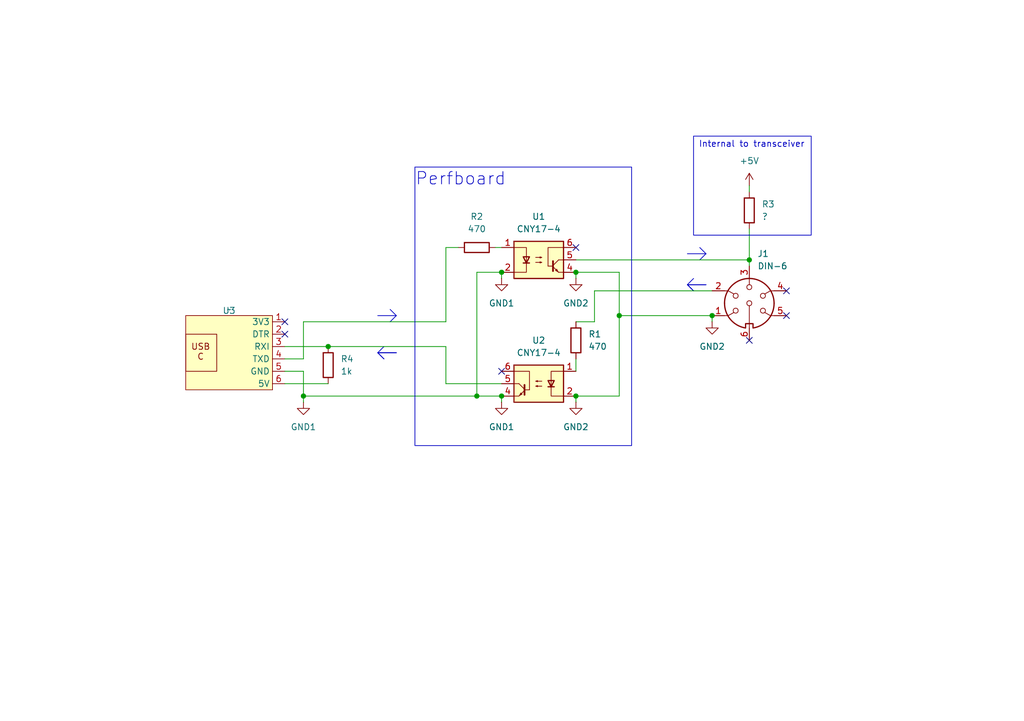
<source format=kicad_sch>
(kicad_sch (version 20231120) (generator "eeschema") (generator_version "8.0")
  (paper "A5")
  (title_block (title "TS440S Cat interface") (date "2025-01-08") (rev "1") (company "Steinar A. Nedland"))
  (lib_symbols
    (symbol "Connector:DIN-6" (pin_names (offset 1.016))
      (property "Reference" "J" (at 3.175 5.715 0))
      (property "Value" "DIN-6" (at 4.445 -4.445 0))
      (symbol "DIN-6_0_1"
        (arc (start -5.08 0) (mid -3.8609 -3.3364) (end -0.762 -5.08) (stroke (width 0.254)))
        (circle (center -2.794 -1.524) (radius 0.508))
        (circle (center -2.794 1.524) (radius 0.508))
        (polyline (pts (xy 0 -5.08) (xy 0 -0.508)))
        (polyline (pts (xy 0 5.08) (xy 0 3.81)))
        (polyline (pts (xy -5.08 -2.54) (xy -4.318 -2.54) (xy -3.175 -1.905)))
        (polyline (pts (xy -5.08 2.54) (xy -4.318 2.54) (xy -3.175 1.905)))
        (polyline (pts (xy 5.08 -2.54) (xy 4.318 -2.54) (xy 3.175 -1.905)))
        (polyline (pts (xy 5.08 2.54) (xy 4.318 2.54) (xy 3.175 1.905)))
        (polyline (pts (xy -0.762 -4.953) (xy -0.762 -4.191) (xy 0.762 -4.191) (xy 0.762 -4.953)) (stroke (width 0.254)))
        (circle (center 0 0) (radius 0.508))
        (circle (center 0 3.302) (radius 0.508))
        (arc (start 0.762 -5.08) (mid 3.8685 -3.343) (end 5.08 0) (stroke (width 0.254)))
        (circle (center 2.794 -1.524) (radius 0.508))
        (circle (center 2.794 1.524) (radius 0.508))
        (arc (start 5.08 0) (mid 0 5.0579) (end -5.08 0) (stroke (width 0.254)))
      )
      (symbol "DIN-6_1_1"
        (pin passive line (at -7.62 -2.54 0) (length 2.54) (name "~") (number "1"))
        (pin passive line (at -7.62 2.54 0) (length 2.54) (name "~") (number "2"))
        (pin passive line (at 0 7.62 270) (length 2.54) (name "~") (number "3"))
        (pin passive line (at 7.62 2.54 180) (length 2.54) (name "~") (number "4"))
        (pin passive line (at 7.62 -2.54 180) (length 2.54) (name "~") (number "5"))
        (pin passive line (at 0 -7.62 90) (length 2.54) (name "~") (number "6"))
      )
    )
    (symbol "Device:R" (pin_numbers hide) (pin_names (offset 0))
      (property "Reference" "R" (at 2.032 0 90))
      (property "Value" "R" (at 0 0 90))
      (symbol "R_0_1"
        (rectangle (start -1.016 -2.54) (end 1.016 2.54) (stroke (width 0.254)))
      )
      (symbol "R_1_1"
        (pin passive line (at 0 3.81 270) (length 1.27) (name "~") (number "1"))
        (pin passive line (at 0 -3.81 90) (length 1.27) (name "~") (number "2"))
      )
    )
    (symbol "Isolator:CNY17-4" (pin_names (offset 1.016))
      (property "Reference" "U" (at -5.08 5.08 0))
      (property "Value" "CNY17-4" (at 0 5.08 0))
      (symbol "CNY17-4_0_1"
        (rectangle (start -5.08 3.81) (end 5.08 -3.81) (stroke (width 0.254)) (fill (type background)))
        (polyline (pts (xy -3.175 -0.635) (xy -1.905 -0.635)) (stroke (width 0.254)))
        (polyline (pts (xy 2.921 -1.397) (xy 4.064 -2.54)))
        (polyline (pts (xy 2.921 -1.27) (xy 1.905 -1.27)))
        (polyline (pts (xy 2.921 -1.143) (xy 4.064 0)))
        (polyline (pts (xy 4.064 -2.54) (xy 5.08 -2.54)))
        (polyline (pts (xy 5.08 0) (xy 4.064 0)))
        (polyline (pts (xy -5.08 2.54) (xy -2.54 2.54) (xy -2.54 -0.762)))
        (polyline (pts (xy -2.54 -0.635) (xy -2.54 -2.54) (xy -5.08 -2.54)))
        (polyline (pts (xy 1.905 -1.27) (xy 1.905 2.54) (xy 5.08 2.54)))
        (polyline (pts (xy 2.921 -0.254) (xy 2.921 -2.286) (xy 2.921 -2.286)) (stroke (width 0.3556)))
        (polyline (pts (xy -2.54 -0.635) (xy -3.175 0.635) (xy -1.905 0.635) (xy -2.54 -0.635)) (stroke (width 0.254)))
        (polyline (pts (xy 3.937 -2.413) (xy 3.683 -1.905) (xy 3.429 -2.159) (xy 3.937 -2.413)))
        (polyline (pts (xy -0.635 -0.508) (xy 0.635 -0.508) (xy 0.254 -0.635) (xy 0.254 -0.381) (xy 0.635 -0.508)))
        (polyline (pts (xy -0.635 0.508) (xy 0.635 0.508) (xy 0.254 0.381) (xy 0.254 0.635) (xy 0.635 0.508)))
      )
      (symbol "CNY17-4_1_1"
        (pin passive line (at -7.62 2.54 0) (length 2.54) (name "~") (number "1"))
        (pin passive line (at -7.62 -2.54 0) (length 2.54) (name "~") (number "2"))
        (pin no_connect line (at -5.08 0 0) (length 2.54) hide (name "NC") (number "3"))
        (pin passive line (at 7.62 -2.54 180) (length 2.54) (name "~") (number "4"))
        (pin passive line (at 7.62 0 180) (length 2.54) (name "~") (number "5"))
        (pin passive line (at 7.62 2.54 180) (length 2.54) (name "~") (number "6"))
      )
    )
    (symbol "power:+5V" (power) (pin_numbers hide) (pin_names (offset 0) hide)
      (property "Value" "+5V" (at 0 3.556 0))
      (symbol "+5V_0_1"
        (polyline (pts (xy -0.762 1.27) (xy 0 2.54)))
        (polyline (pts (xy 0 0) (xy 0 2.54)))
        (polyline (pts (xy 0 2.54) (xy 0.762 1.27)))
      )
      (symbol "+5V_1_1"
        (pin power_in line (at 0 0 90) (length 0) (name "~") (number "1"))
      )
    )
    (symbol "power:GND1" (power) (pin_numbers hide) (pin_names (offset 0) hide)
      (property "Value" "GND1" (at 0 -3.81 0))
      (symbol "GND1_0_1"
        (polyline (pts (xy 0 0) (xy 0 -1.27) (xy 1.27 -1.27) (xy 0 -2.54) (xy -1.27 -1.27) (xy 0 -1.27)))
      )
      (symbol "GND1_1_1"
        (pin power_in line (at 0 0 270) (length 0) (name "~") (number "1"))
      )
    )
    (symbol "power:GND2" (power) (pin_numbers hide) (pin_names (offset 0) hide)
      (property "Value" "GND2" (at 0 -3.81 0))
      (symbol "GND2_0_1"
        (polyline (pts (xy 0 0) (xy 0 -1.27) (xy 1.27 -1.27) (xy 0 -2.54) (xy -1.27 -1.27) (xy 0 -1.27)))
      )
      (symbol "GND2_1_1"
        (pin power_in line (at 0 0 270) (length 0) (name "~") (number "1"))
      )
    )
    (symbol "usb_to_uart_interface:usb_to_uart_interface"
      (property "Reference" "U" (at -8.382 8.636 0))
      (symbol "usb_to_uart_interface_1_1"
        (rectangle (start -8.89 3.81) (end -2.54 -3.81))
        (rectangle (start -8.89 7.62) (end 8.89 -7.62) (fill (type background)))
        (text "USB\nC" (at -5.842 0.254 0) (effects (font (size 1.27 1.27))))
        (pin power_out line (at 11.43 6.35 180) (length 2.54) (name "3V3") (number "1"))
        (pin output line (at 11.43 3.81 180) (length 2.54) (name "DTR") (number "2"))
        (pin input line (at 11.43 1.27 180) (length 2.54) (name "RXI") (number "3"))
        (pin output line (at 11.43 -1.27 180) (length 2.54) (name "TXD") (number "4"))
        (pin power_out line (at 11.43 -3.81 180) (length 2.54) (name "GND") (number "5"))
        (pin power_out line (at 11.43 -6.35 180) (length 2.54) (name "5V") (number "6"))
      )
    )
  )
  (junction (at 127 64.77))
  (junction (at 153.67 53.34))
  (junction (at 67.31 71.12))
  (junction (at 146.05 64.77))
  (junction (at 118.11 55.88))
  (junction (at 118.11 81.28))
  (junction (at 97.79 81.28))
  (junction (at 102.87 81.28))
  (junction (at 62.23 81.28))
  (junction (at 102.87 55.88))
  (no_connect (at 102.87 76.2))
  (no_connect (at 58.42 68.58))
  (no_connect (at 153.67 69.85))
  (no_connect (at 118.11 50.8))
  (no_connect (at 161.29 59.69))
  (no_connect (at 58.42 66.04))
  (no_connect (at 161.29 64.77))
  (wire (pts (xy 121.92 66.04) (xy 118.11 66.04)))
  (polyline (pts (xy 77.47 72.39) (xy 78.74 73.66)))
  (polyline (pts (xy 140.97 58.42) (xy 144.78 58.42)))
  (wire (pts (xy 62.23 76.2) (xy 58.42 76.2)))
  (wire (pts (xy 127 55.88) (xy 127 64.77)))
  (polyline (pts (xy 142.24 59.69) (xy 140.97 58.42)))
  (polyline (pts (xy 77.47 72.39) (xy 81.28 72.39)))
  (wire (pts (xy 153.67 46.99) (xy 153.67 53.34)))
  (wire (pts (xy 121.92 59.69) (xy 146.05 59.69)))
  (wire (pts (xy 91.44 78.74) (xy 102.87 78.74)))
  (polyline (pts (xy 77.47 72.39) (xy 78.74 71.12)))
  (wire (pts (xy 97.79 55.88) (xy 102.87 55.88)))
  (wire (pts (xy 118.11 57.15) (xy 118.11 55.88)))
  (polyline (pts (xy 78.74 73.66) (xy 77.47 72.39)))
  (polyline (pts (xy 77.47 72.39) (xy 81.28 72.39)))
  (polyline (pts (xy 77.47 64.77) (xy 81.28 64.77)))
  (wire (pts (xy 127 64.77) (xy 146.05 64.77)))
  (wire (pts (xy 101.6 50.8) (xy 102.87 50.8)))
  (wire (pts (xy 127 81.28) (xy 127 64.77)))
  (polyline (pts (xy 80.01 66.04) (xy 81.28 64.77)))
  (polyline (pts (xy 140.97 58.42) (xy 144.78 58.42)))
  (polyline (pts (xy 77.47 72.39) (xy 81.28 72.39)))
  (polyline (pts (xy 143.51 50.8) (xy 144.78 52.07)))
  (polyline (pts (xy 143.51 53.34) (xy 144.78 52.07)))
  (wire (pts (xy 62.23 81.28) (xy 62.23 82.55)))
  (wire (pts (xy 91.44 50.8) (xy 93.98 50.8)))
  (wire (pts (xy 62.23 81.28) (xy 97.79 81.28)))
  (wire (pts (xy 153.67 53.34) (xy 153.67 54.61)))
  (wire (pts (xy 118.11 82.55) (xy 118.11 81.28)))
  (wire (pts (xy 118.11 81.28) (xy 127 81.28)))
  (wire (pts (xy 118.11 73.66) (xy 118.11 76.2)))
  (wire (pts (xy 58.42 73.66) (xy 62.23 73.66)))
  (wire (pts (xy 91.44 71.12) (xy 91.44 78.74)))
  (polyline (pts (xy 140.97 58.42) (xy 142.24 59.69)))
  (wire (pts (xy 97.79 81.28) (xy 102.87 81.28)))
  (wire (pts (xy 153.67 38.1) (xy 153.67 39.37)))
  (wire (pts (xy 102.87 57.15) (xy 102.87 55.88)))
  (wire (pts (xy 62.23 73.66) (xy 62.23 66.04)))
  (wire (pts (xy 146.05 66.04) (xy 146.05 64.77)))
  (polyline (pts (xy 80.01 63.5) (xy 81.28 64.77)))
  (wire (pts (xy 102.87 81.28) (xy 102.87 82.55)))
  (polyline (pts (xy 140.97 58.42) (xy 142.24 57.15)))
  (wire (pts (xy 62.23 81.28) (xy 62.23 76.2)))
  (wire (pts (xy 118.11 55.88) (xy 127 55.88)))
  (wire (pts (xy 58.42 78.74) (xy 67.31 78.74)))
  (polyline (pts (xy 140.97 52.07) (xy 144.78 52.07)))
  (wire (pts (xy 121.92 66.04) (xy 121.92 59.69)))
  (wire (pts (xy 67.31 71.12) (xy 91.44 71.12)))
  (polyline (pts (xy 140.97 58.42) (xy 144.78 58.42)))
  (wire (pts (xy 91.44 66.04) (xy 91.44 50.8)))
  (wire (pts (xy 62.23 66.04) (xy 91.44 66.04)))
  (wire (pts (xy 153.67 53.34) (xy 118.11 53.34)))
  (wire (pts (xy 97.79 55.88) (xy 97.79 81.28)))
  (wire (pts (xy 58.42 71.12) (xy 67.31 71.12)))
  (rectangle (start 85.09 34.29) (end 129.54 91.44))
  (rectangle (start 142.24 27.94) (end 166.37 48.26))
  (text "Perfboard" (at 94.488 36.83 0) (effects (font (size 2.54 2.54))))
  (text "Internal to transceiver" (at 154.178 29.718 0) (effects (font (size 1.27 1.27))))
  (symbol (lib_id "Isolator:CNY17-4") (at 110.49 78.74 0) (mirror y) (unit 1)
    (property "Reference" "U2" (at 110.49 69.85 0))
    (property "Value" "CNY17-4" (at 110.49 72.39 0))
    (property "Datasheet" "http://www.vishay.com/docs/83606/cny17.pdf" (effects (hide yes)))
    (property "Description" "DC Optocoupler Base Connected, Vce 70V, CTR 160-320%, Viso 5000V (RMS), DIP6" (effects (hide yes)))
  )
  (symbol (lib_id "power:GND1") (at 102.87 82.55 0) (unit 1)
    (property "Reference" "#PWR07" (effects (hide yes)))
    (property "Value" "GND1" (at 102.87 87.63 0))
    (property "Description" "Power symbol creates a global label with name \"GND1\" , ground" (effects (hide yes)))
  )
  (symbol (lib_id "power:GND2") (at 146.05 66.04 0) (unit 1)
    (property "Reference" "#PWR02" (effects (hide yes)))
    (property "Value" "GND2" (at 146.05 71.12 0))
    (property "Description" "Power symbol creates a global label with name \"GND2\" , ground" (effects (hide yes)))
  )
  (symbol (lib_id "Isolator:CNY17-4") (at 110.49 53.34 0) (unit 1)
    (property "Reference" "U1" (at 110.49 44.45 0))
    (property "Value" "CNY17-4" (at 110.49 46.99 0))
    (property "Datasheet" "http://www.vishay.com/docs/83606/cny17.pdf" (effects (hide yes)))
    (property "Description" "DC Optocoupler Base Connected, Vce 70V, CTR 160-320%, Viso 5000V (RMS), DIP6" (effects (hide yes)))
  )
  (symbol (lib_id "Device:R") (at 67.31 74.93 0) (unit 1)
    (property "Reference" "R4" (at 69.85 73.6599 0) (effects (justify left)))
    (property "Value" "1k" (at 69.85 76.1999 0) (effects (justify left)))
    (property "Description" "Resistor" (effects (hide yes)))
  )
  (symbol (lib_id "Device:R") (at 153.67 43.18 0) (unit 1) (in_bom no) (on_board no)
    (property "Reference" "R3" (at 156.21 41.9099 0) (effects (justify left)))
    (property "Value" "?" (at 156.21 44.4499 0) (effects (justify left)))
    (property "Description" "Resistor" (effects (hide yes)))
  )
  (symbol (lib_id "power:GND1") (at 102.87 57.15 0) (unit 1)
    (property "Reference" "#PWR06" (effects (hide yes)))
    (property "Value" "GND1" (at 102.87 62.23 0))
    (property "Description" "Power symbol creates a global label with name \"GND1\" , ground" (effects (hide yes)))
  )
  (symbol (lib_id "power:+5V") (at 153.67 38.1 0) (unit 1)
    (property "Reference" "#PWR05" (effects (hide yes)))
    (property "Value" "+5V" (at 153.67 33.02 0))
    (property "Description" "Power symbol creates a global label with name \"+5V\"" (effects (hide yes)))
  )
  (symbol (lib_id "Device:R") (at 97.79 50.8 270) (unit 1)
    (property "Reference" "R2" (at 97.79 44.45 90))
    (property "Value" "470" (at 97.79 46.99 90))
    (property "Description" "Resistor" (effects (hide yes)))
  )
  (symbol (lib_id "Connector:DIN-6") (at 153.67 62.23 0) (unit 1)
    (property "Reference" "J1" (at 155.3211 52.07 0) (effects (justify left)))
    (property "Value" "DIN-6" (at 155.3211 54.61 0) (effects (justify left)))
    (property "Datasheet" "http://www.mouser.com/ds/2/18/40_c091_abd_e-75918.pdf" (effects (hide yes)))
    (property "Description" "6-pin DIN connector" (effects (hide yes)))
  )
  (symbol (lib_id "power:GND2") (at 118.11 57.15 0) (unit 1)
    (property "Reference" "#PWR04" (effects (hide yes)))
    (property "Value" "GND2" (at 118.11 62.23 0))
    (property "Description" "Power symbol creates a global label with name \"GND2\" , ground" (effects (hide yes)))
  )
  (symbol (lib_id "Device:R") (at 118.11 69.85 180) (unit 1)
    (property "Reference" "R1" (at 120.65 68.5799 0) (effects (justify right)))
    (property "Value" "470" (at 120.65 71.1199 0) (effects (justify right)))
    (property "Description" "Resistor" (effects (hide yes)))
  )
  (symbol (lib_id "power:GND2") (at 118.11 82.55 0) (unit 1)
    (property "Reference" "#PWR03" (effects (hide yes)))
    (property "Value" "GND2" (at 118.11 87.63 0))
    (property "Description" "Power symbol creates a global label with name \"GND2\" , ground" (effects (hide yes)))
  )
  (symbol (lib_id "usb_to_uart_interface:usb_to_uart_interface") (at 46.99 72.39 0) (unit 1)
    (property "Reference" "U3" (at 46.99 63.754 0))
    (property "Value" "~" (at 46.99 63.5 0))
  )
  (symbol (lib_id "power:GND1") (at 62.23 82.55 0) (unit 1)
    (property "Reference" "#PWR01" (effects (hide yes)))
    (property "Value" "GND1" (at 62.23 87.63 0))
    (property "Description" "Power symbol creates a global label with name \"GND1\" , ground" (effects (hide yes)))
  )
)
</source>
